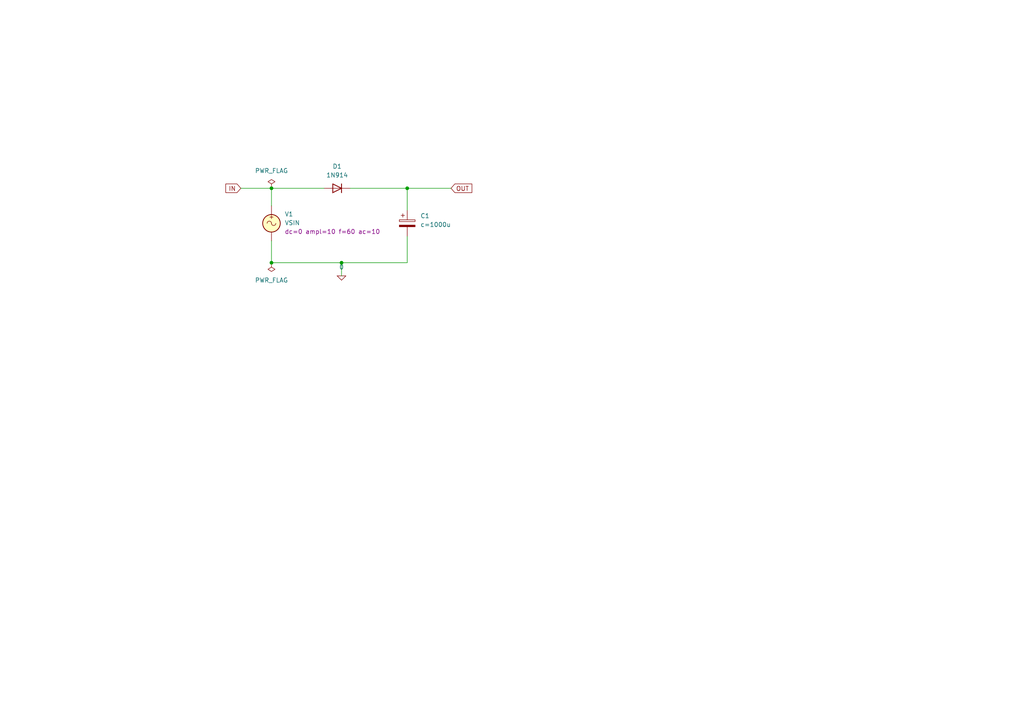
<source format=kicad_sch>
(kicad_sch (version 20230121) (generator eeschema)
  (paper "A4")
  (lib_symbols
    (symbol "Device:C_Polarized" (pin_numbers hide) (pin_names (offset 0.254))
      (property "Reference" "C" (at 0.635 2.54 0))
      (property "Value" "C_Polarized" (at 0.635 -2.54 0))
      (symbol "C_Polarized_0_1"
        (rectangle (start -2.286 0.508) (end 2.286 1.016))
        (polyline (pts (xy -1.778 2.286) (xy -0.762 2.286)))
        (polyline (pts (xy -1.27 2.794) (xy -1.27 1.778)))
        (rectangle (start 2.286 -0.508) (end -2.286 -1.016) (fill (type outline)))
      )
      (symbol "C_Polarized_1_1"
        (pin passive line (at 0 3.81 270) (length 2.794) (name "~") (number "1"))
        (pin passive line (at 0 -3.81 90) (length 2.794) (name "~") (number "2"))
      )
    )
    (symbol "Diode:1N914" (pin_numbers hide) (pin_names hide)
      (property "Reference" "D" (at 0 2.54 0))
      (property "Value" "1N914" (at 0 -2.54 0))
      (symbol "1N914_0_1"
        (polyline (pts (xy -1.27 1.27) (xy -1.27 -1.27)) (stroke (width 0.254)))
        (polyline (pts (xy 1.27 0) (xy -1.27 0)))
        (polyline (pts (xy 1.27 1.27) (xy 1.27 -1.27) (xy -1.27 0) (xy 1.27 1.27)) (stroke (width 0.254)))
      )
      (symbol "1N914_1_1"
        (pin passive line (at -3.81 0 0) (length 2.54) (name "K") (number "1"))
        (pin passive line (at 3.81 0 180) (length 2.54) (name "A") (number "2"))
      )
    )
    (symbol "Simulation_SPICE:0" (power) (pin_names (offset 0))
      (property "Value" "0" (at 0 -1.778 0))
      (symbol "0_0_1"
        (polyline (pts (xy -1.27 0) (xy 0 -1.27) (xy 1.27 0) (xy -1.27 0)))
      )
      (symbol "0_1_1"
        (pin power_in line (at 0 0 0) (length 0) hide (name "0") (number "1"))
      )
    )
    (symbol "Simulation_SPICE:VSIN" (pin_numbers hide) (pin_names (offset 0.0254))
      (property "Reference" "V" (at 2.54 2.54 0))
      (property "Value" "VSIN" (at 2.54 0 0))
      (property "Sim.Params" "dc=0 ampl=1 f=1k ac=1" (at 2.54 -2.54 0))
      (symbol "VSIN_0_0"
        (arc (start 0 0) (mid -0.635 0.6323) (end -1.27 0))
        (arc (start 0 0) (mid 0.635 -0.6323) (end 1.27 0))
        (text "+" (at 0 1.905 0) (effects (font (size 1.27 1.27))))
      )
      (symbol "VSIN_0_1"
        (circle (center 0 0) (radius 2.54) (stroke (width 0.254)) (fill (type background)))
      )
      (symbol "VSIN_1_1"
        (pin passive line (at 0 5.08 270) (length 2.54) (name "~") (number "1"))
        (pin passive line (at 0 -5.08 90) (length 2.54) (name "~") (number "2"))
      )
    )
    (symbol "power:PWR_FLAG" (power) (pin_numbers hide) (pin_names (offset 0) hide)
      (property "Value" "PWR_FLAG" (at 0 3.81 0))
      (symbol "PWR_FLAG_0_0"
        (pin power_out line (at 0 0 90) (length 0) (name "pwr") (number "1"))
      )
      (symbol "PWR_FLAG_0_1"
        (polyline (pts (xy 0 0) (xy 0 1.27) (xy -1.016 1.905) (xy 0 2.54) (xy 1.016 1.905) (xy 0 1.27)))
      )
    )
  )
  (junction (at 118.11 54.61))
  (junction (at 78.74 54.61))
  (junction (at 78.74 76.2))
  (junction (at 99.06 76.2))
  (wire (pts (xy 78.74 54.61) (xy 93.98 54.61)))
  (wire (pts (xy 78.74 76.2) (xy 99.06 76.2)))
  (wire (pts (xy 99.06 76.2) (xy 99.06 80.01)))
  (wire (pts (xy 118.11 54.61) (xy 130.81 54.61)))
  (wire (pts (xy 99.06 76.2) (xy 118.11 76.2)))
  (wire (pts (xy 118.11 54.61) (xy 118.11 60.96)))
  (wire (pts (xy 78.74 69.85) (xy 78.74 76.2)))
  (wire (pts (xy 118.11 76.2) (xy 118.11 68.58)))
  (wire (pts (xy 78.74 59.69) (xy 78.74 54.61)))
  (wire (pts (xy 69.85 54.61) (xy 78.74 54.61)))
  (wire (pts (xy 101.6 54.61) (xy 118.11 54.61)))
  (global_label "IN" (shape input) (at 69.85 54.61 180) (property "Intersheetrefs" "${INTERSHEET_REFS}" (effects hide)))
  (global_label "OUT" (shape input) (at 130.81 54.61 0) (property "Intersheetrefs" "${INTERSHEET_REFS}" (effects hide)))
  (symbol (lib_id "Simulation_SPICE:0") (at 99.06 80.01 0) (unit 1)
    (property "Reference" "#GND01" (effects hide))
    (property "Value" "0" (at 99.06 77.47 0))
  )
  (symbol (lib_id "Device:C_Polarized") (at 118.11 64.77 0) (unit 1)
    (property "Reference" "C1" (at 121.92 62.611 0) (effects (justify left)))
    (property "Value" "${SIM.PARAMS}" (at 121.92 65.151 0) (effects (justify left)))
    (property "Sim.Device" "C" (effects hide))
    (property "Sim.Type" "=" (effects hide))
    (property "Sim.Params" "c=1000u" (effects hide))
    (property "Sim.Pins" "1=+ 2=-" (effects hide))
  )
  (symbol (lib_id "Simulation_SPICE:VSIN") (at 78.74 64.77 0) (unit 1)
    (property "Reference" "V1" (at 82.55 62.1002 0) (effects (justify left)))
    (property "Value" "VSIN" (at 82.55 64.6402 0) (effects (justify left)))
    (property "Sim.Pins" "1=+ 2=-" (effects hide))
    (property "Sim.Params" "dc=0 ampl=10 f=60 ac=10" (at 82.55 67.1802 0) (effects (justify left)))
    (property "Sim.Type" "SIN" (effects hide))
    (property "Sim.Device" "V" (effects hide))
  )
  (symbol (lib_id "power:PWR_FLAG") (at 78.74 76.2 180) (unit 1)
    (property "Reference" "#FLG01" (effects hide))
    (property "Value" "PWR_FLAG" (at 78.74 81.28 0))
  )
  (symbol (lib_id "Diode:1N914") (at 97.79 54.61 180) (unit 1)
    (property "Reference" "D1" (at 97.79 48.26 0))
    (property "Value" "1N914" (at 97.79 50.8 0))
    (property "Footprint" "Diode_THT:D_DO-35_SOD27_P7.62mm_Horizontal" (effects hide))
    (property "Datasheet" "http://www.vishay.com/docs/85622/1n914.pdf" (effects hide))
    (property "Sim.Device" "D" (effects hide))
    (property "Sim.Pins" "1=A 2=K" (effects hide))
    (property "Sim.Library" "1N914.MOD" (effects hide))
    (property "Sim.Name" "1N914" (effects hide))
  )
  (symbol (lib_id "power:PWR_FLAG") (at 78.74 54.61 0) (unit 1)
    (property "Reference" "#FLG02" (effects hide))
    (property "Value" "PWR_FLAG" (at 78.74 49.53 0))
  )
)
</source>
